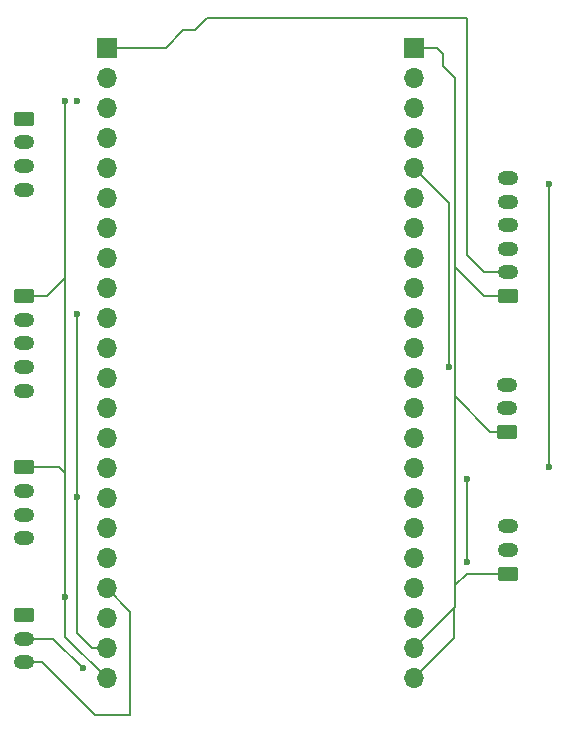
<source format=gbr>
%TF.GenerationSoftware,KiCad,Pcbnew,9.0.4*%
%TF.CreationDate,2025-09-08T16:44:25+02:00*%
%TF.ProjectId,STYX_V1,53545958-5f56-4312-9e6b-696361645f70,rev?*%
%TF.SameCoordinates,Original*%
%TF.FileFunction,Copper,L2,Bot*%
%TF.FilePolarity,Positive*%
%FSLAX46Y46*%
G04 Gerber Fmt 4.6, Leading zero omitted, Abs format (unit mm)*
G04 Created by KiCad (PCBNEW 9.0.4) date 2025-09-08 16:44:25*
%MOMM*%
%LPD*%
G01*
G04 APERTURE LIST*
G04 Aperture macros list*
%AMRoundRect*
0 Rectangle with rounded corners*
0 $1 Rounding radius*
0 $2 $3 $4 $5 $6 $7 $8 $9 X,Y pos of 4 corners*
0 Add a 4 corners polygon primitive as box body*
4,1,4,$2,$3,$4,$5,$6,$7,$8,$9,$2,$3,0*
0 Add four circle primitives for the rounded corners*
1,1,$1+$1,$2,$3*
1,1,$1+$1,$4,$5*
1,1,$1+$1,$6,$7*
1,1,$1+$1,$8,$9*
0 Add four rect primitives between the rounded corners*
20,1,$1+$1,$2,$3,$4,$5,0*
20,1,$1+$1,$4,$5,$6,$7,0*
20,1,$1+$1,$6,$7,$8,$9,0*
20,1,$1+$1,$8,$9,$2,$3,0*%
G04 Aperture macros list end*
%TA.AperFunction,ComponentPad*%
%ADD10RoundRect,0.250000X0.625000X-0.350000X0.625000X0.350000X-0.625000X0.350000X-0.625000X-0.350000X0*%
%TD*%
%TA.AperFunction,ComponentPad*%
%ADD11O,1.750000X1.200000*%
%TD*%
%TA.AperFunction,ComponentPad*%
%ADD12RoundRect,0.250000X-0.625000X0.350000X-0.625000X-0.350000X0.625000X-0.350000X0.625000X0.350000X0*%
%TD*%
%TA.AperFunction,ComponentPad*%
%ADD13R,1.700000X1.700000*%
%TD*%
%TA.AperFunction,ComponentPad*%
%ADD14O,1.700000X1.700000*%
%TD*%
%TA.AperFunction,ViaPad*%
%ADD15C,0.600000*%
%TD*%
%TA.AperFunction,Conductor*%
%ADD16C,0.200000*%
%TD*%
G04 APERTURE END LIST*
D10*
%TO.P,frein Droit,1*%
%TO.N,N/C*%
X123950000Y-76500000D03*
D11*
%TO.P,frein Droit,2*%
X123950000Y-74500000D03*
%TO.P,frein Droit,3*%
X123950000Y-72500000D03*
%TD*%
D10*
%TO.P,frein Gauche,1*%
%TO.N,N/C*%
X124000000Y-88500000D03*
D11*
%TO.P,frein Gauche,2*%
X124000000Y-86500000D03*
%TO.P,frein Gauche,3*%
X124000000Y-84500000D03*
%TD*%
%TO.P,Gaz,3*%
%TO.N,N/C*%
X83000000Y-96000000D03*
%TO.P,Gaz,2*%
X83000000Y-94000000D03*
D12*
%TO.P,Gaz,1*%
X83000000Y-92000000D03*
%TD*%
D10*
%TO.P,REF\u002A\u002A,1*%
%TO.N,N/C*%
X124000000Y-65000000D03*
D11*
%TO.P,REF\u002A\u002A,2*%
X124000000Y-63000000D03*
%TO.P,REF\u002A\u002A,3*%
X124000000Y-61000000D03*
%TO.P,REF\u002A\u002A,4*%
X124000000Y-59000000D03*
%TO.P,REF\u002A\u002A,5*%
X124000000Y-57000000D03*
%TO.P,REF\u002A\u002A,6*%
X124000000Y-55000000D03*
%TD*%
D12*
%TO.P,REF\u002A\u002A,1*%
%TO.N,N/C*%
X83000000Y-79500000D03*
D11*
%TO.P,REF\u002A\u002A,2*%
X83000000Y-81500000D03*
%TO.P,REF\u002A\u002A,3*%
X83000000Y-83500000D03*
%TO.P,REF\u002A\u002A,4*%
X83000000Y-85500000D03*
%TD*%
D12*
%TO.P,REF\u002A\u002A,1*%
%TO.N,N/C*%
X83000000Y-50000000D03*
D11*
%TO.P,REF\u002A\u002A,2*%
X83000000Y-52000000D03*
%TO.P,REF\u002A\u002A,3*%
X83000000Y-54000000D03*
%TO.P,REF\u002A\u002A,4*%
X83000000Y-56000000D03*
%TD*%
D13*
%TO.P,REF\u002A\u002A,1*%
%TO.N,N/C*%
X116000000Y-44000000D03*
D14*
%TO.P,REF\u002A\u002A,2*%
X116000000Y-46540000D03*
%TO.P,REF\u002A\u002A,3*%
X116000000Y-49080000D03*
%TO.P,REF\u002A\u002A,4*%
X116000000Y-51620000D03*
%TO.P,REF\u002A\u002A,5*%
X116000000Y-54160000D03*
%TO.P,REF\u002A\u002A,6*%
X116000000Y-56700000D03*
%TO.P,REF\u002A\u002A,7*%
X116000000Y-59240000D03*
%TO.P,REF\u002A\u002A,8*%
X116000000Y-61780000D03*
%TO.P,REF\u002A\u002A,9*%
X116000000Y-64320000D03*
%TO.P,REF\u002A\u002A,10*%
X116000000Y-66860000D03*
%TO.P,REF\u002A\u002A,11*%
X116000000Y-69400000D03*
%TO.P,REF\u002A\u002A,12*%
X116000000Y-71940000D03*
%TO.P,REF\u002A\u002A,13*%
X116000000Y-74480000D03*
%TO.P,REF\u002A\u002A,14*%
X116000000Y-77020000D03*
%TO.P,REF\u002A\u002A,15*%
X116000000Y-79560000D03*
%TO.P,REF\u002A\u002A,16*%
X116000000Y-82100000D03*
%TO.P,REF\u002A\u002A,17*%
X116000000Y-84640000D03*
%TO.P,REF\u002A\u002A,18*%
X116000000Y-87180000D03*
%TO.P,REF\u002A\u002A,19*%
X116000000Y-89720000D03*
%TO.P,REF\u002A\u002A,20*%
X116000000Y-92260000D03*
%TO.P,REF\u002A\u002A,21*%
X116000000Y-94800000D03*
%TO.P,REF\u002A\u002A,22*%
X116000000Y-97340000D03*
%TD*%
D13*
%TO.P,REF\u002A\u002A,1*%
%TO.N,N/C*%
X90000000Y-44000000D03*
D14*
%TO.P,REF\u002A\u002A,2*%
X90000000Y-46540000D03*
%TO.P,REF\u002A\u002A,3*%
X90000000Y-49080000D03*
%TO.P,REF\u002A\u002A,4*%
X90000000Y-51620000D03*
%TO.P,REF\u002A\u002A,5*%
X90000000Y-54160000D03*
%TO.P,REF\u002A\u002A,6*%
X90000000Y-56700000D03*
%TO.P,REF\u002A\u002A,7*%
X90000000Y-59240000D03*
%TO.P,REF\u002A\u002A,8*%
X90000000Y-61780000D03*
%TO.P,REF\u002A\u002A,9*%
X90000000Y-64320000D03*
%TO.P,REF\u002A\u002A,10*%
X90000000Y-66860000D03*
%TO.P,REF\u002A\u002A,11*%
X90000000Y-69400000D03*
%TO.P,REF\u002A\u002A,12*%
X90000000Y-71940000D03*
%TO.P,REF\u002A\u002A,13*%
X90000000Y-74480000D03*
%TO.P,REF\u002A\u002A,14*%
X90000000Y-77020000D03*
%TO.P,REF\u002A\u002A,15*%
X90000000Y-79560000D03*
%TO.P,REF\u002A\u002A,16*%
X90000000Y-82100000D03*
%TO.P,REF\u002A\u002A,17*%
X90000000Y-84640000D03*
%TO.P,REF\u002A\u002A,18*%
X90000000Y-87180000D03*
%TO.P,REF\u002A\u002A,19*%
X90000000Y-89720000D03*
%TO.P,REF\u002A\u002A,20*%
X90000000Y-92260000D03*
%TO.P,REF\u002A\u002A,21*%
X90000000Y-94800000D03*
%TO.P,REF\u002A\u002A,22*%
X90000000Y-97340000D03*
%TD*%
D12*
%TO.P,REF\u002A\u002A,1*%
%TO.N,N/C*%
X83000000Y-65000000D03*
D11*
%TO.P,REF\u002A\u002A,2*%
X83000000Y-67000000D03*
%TO.P,REF\u002A\u002A,3*%
X83000000Y-69000000D03*
%TO.P,REF\u002A\u002A,4*%
X83000000Y-71000000D03*
%TO.P,REF\u002A\u002A,5*%
X83000000Y-73000000D03*
%TD*%
D15*
%TO.N,*%
X127500000Y-79500000D03*
X127500000Y-55500000D03*
X119000000Y-71000000D03*
X120500000Y-80500000D03*
X86500000Y-90500000D03*
X88000000Y-96500000D03*
X87500000Y-48500000D03*
X120500000Y-87500000D03*
X86500000Y-48500000D03*
X87500000Y-82000000D03*
X87500000Y-66500000D03*
%TD*%
D16*
%TO.N,*%
X83000000Y-96000000D02*
X84500000Y-96000000D01*
X84500000Y-96000000D02*
X89000000Y-100500000D01*
X92000000Y-91720000D02*
X90000000Y-89720000D01*
X89000000Y-100500000D02*
X92000000Y-100500000D01*
X92000000Y-100500000D02*
X92000000Y-91720000D01*
X127500000Y-55500000D02*
X127500000Y-79500000D01*
X116000000Y-54160000D02*
X119000000Y-57160000D01*
X119000000Y-57160000D02*
X119000000Y-71000000D01*
X85500000Y-94000000D02*
X83000000Y-94000000D01*
X119500000Y-91300000D02*
X116000000Y-94800000D01*
X120500000Y-41500000D02*
X98500000Y-41500000D01*
X119500000Y-73500000D02*
X119500000Y-89500000D01*
X119500000Y-62500000D02*
X119500000Y-73500000D01*
X124000000Y-88500000D02*
X120500000Y-88500000D01*
X118500000Y-45500000D02*
X119500000Y-46500000D01*
X96500000Y-42500000D02*
X95000000Y-44000000D01*
X119500000Y-46500000D02*
X119500000Y-62500000D01*
X86500000Y-63500000D02*
X85000000Y-65000000D01*
X87500000Y-66500000D02*
X87500000Y-82000000D01*
X83000000Y-79500000D02*
X86000000Y-79500000D01*
X87500000Y-82000000D02*
X87500000Y-86500000D01*
X120500000Y-87500000D02*
X120500000Y-80500000D01*
X86500000Y-80000000D02*
X86500000Y-85500000D01*
X85500000Y-94000000D02*
X88000000Y-96500000D01*
X124000000Y-76500000D02*
X122500000Y-76500000D01*
X86500000Y-93840000D02*
X86500000Y-93500000D01*
X120500000Y-61500000D02*
X120500000Y-41500000D01*
X86000000Y-79500000D02*
X86500000Y-80000000D01*
X87500000Y-93500000D02*
X88800000Y-94800000D01*
X86500000Y-63500000D02*
X86500000Y-80000000D01*
X85000000Y-65000000D02*
X83000000Y-65000000D01*
X122000000Y-63000000D02*
X120500000Y-61500000D01*
X116000000Y-44000000D02*
X118000000Y-44000000D01*
X119400000Y-91400000D02*
X119400000Y-93940000D01*
X87500000Y-86500000D02*
X87500000Y-93500000D01*
X118000000Y-44000000D02*
X118500000Y-44500000D01*
X119500000Y-89500000D02*
X119500000Y-91300000D01*
X120500000Y-88500000D02*
X119500000Y-89500000D01*
X90000000Y-97340000D02*
X86500000Y-93840000D01*
X88800000Y-94800000D02*
X90000000Y-94800000D01*
X86500000Y-85500000D02*
X86500000Y-93500000D01*
X122000000Y-65000000D02*
X119500000Y-62500000D01*
X97500000Y-42500000D02*
X96500000Y-42500000D01*
X95000000Y-44000000D02*
X90000000Y-44000000D01*
X124000000Y-63000000D02*
X122000000Y-63000000D01*
X86500000Y-48500000D02*
X86500000Y-63500000D01*
X124000000Y-65000000D02*
X122000000Y-65000000D01*
X122500000Y-76500000D02*
X119500000Y-73500000D01*
X119500000Y-91300000D02*
X119400000Y-91400000D01*
X98500000Y-41500000D02*
X97500000Y-42500000D01*
X119400000Y-93940000D02*
X116000000Y-97340000D01*
X118500000Y-44500000D02*
X118500000Y-45500000D01*
%TD*%
M02*

</source>
